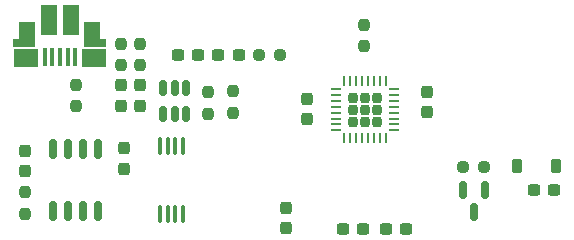
<source format=gbr>
%TF.GenerationSoftware,KiCad,Pcbnew,8.0.1*%
%TF.CreationDate,2024-06-30T08:56:45-03:00*%
%TF.ProjectId,chaos_papagali,6368616f-735f-4706-9170-6167616c692e,rev?*%
%TF.SameCoordinates,Original*%
%TF.FileFunction,Paste,Top*%
%TF.FilePolarity,Positive*%
%FSLAX46Y46*%
G04 Gerber Fmt 4.6, Leading zero omitted, Abs format (unit mm)*
G04 Created by KiCad (PCBNEW 8.0.1) date 2024-06-30 08:56:45*
%MOMM*%
%LPD*%
G01*
G04 APERTURE LIST*
G04 Aperture macros list*
%AMRoundRect*
0 Rectangle with rounded corners*
0 $1 Rounding radius*
0 $2 $3 $4 $5 $6 $7 $8 $9 X,Y pos of 4 corners*
0 Add a 4 corners polygon primitive as box body*
4,1,4,$2,$3,$4,$5,$6,$7,$8,$9,$2,$3,0*
0 Add four circle primitives for the rounded corners*
1,1,$1+$1,$2,$3*
1,1,$1+$1,$4,$5*
1,1,$1+$1,$6,$7*
1,1,$1+$1,$8,$9*
0 Add four rect primitives between the rounded corners*
20,1,$1+$1,$2,$3,$4,$5,0*
20,1,$1+$1,$4,$5,$6,$7,0*
20,1,$1+$1,$6,$7,$8,$9,0*
20,1,$1+$1,$8,$9,$2,$3,0*%
G04 Aperture macros list end*
%ADD10RoundRect,0.237500X-0.300000X-0.237500X0.300000X-0.237500X0.300000X0.237500X-0.300000X0.237500X0*%
%ADD11R,0.400000X1.650000*%
%ADD12R,1.825000X0.700000*%
%ADD13R,2.000000X1.500000*%
%ADD14R,1.350000X2.000000*%
%ADD15R,1.430000X2.500000*%
%ADD16RoundRect,0.237500X0.237500X-0.250000X0.237500X0.250000X-0.237500X0.250000X-0.237500X-0.250000X0*%
%ADD17RoundRect,0.150000X0.150000X-0.512500X0.150000X0.512500X-0.150000X0.512500X-0.150000X-0.512500X0*%
%ADD18RoundRect,0.237500X-0.237500X0.250000X-0.237500X-0.250000X0.237500X-0.250000X0.237500X0.250000X0*%
%ADD19RoundRect,0.207500X-0.207500X-0.207500X0.207500X-0.207500X0.207500X0.207500X-0.207500X0.207500X0*%
%ADD20RoundRect,0.062500X-0.375000X-0.062500X0.375000X-0.062500X0.375000X0.062500X-0.375000X0.062500X0*%
%ADD21RoundRect,0.062500X-0.062500X-0.375000X0.062500X-0.375000X0.062500X0.375000X-0.062500X0.375000X0*%
%ADD22RoundRect,0.237500X0.237500X-0.300000X0.237500X0.300000X-0.237500X0.300000X-0.237500X-0.300000X0*%
%ADD23RoundRect,0.237500X0.300000X0.237500X-0.300000X0.237500X-0.300000X-0.237500X0.300000X-0.237500X0*%
%ADD24RoundRect,0.237500X0.237500X-0.287500X0.237500X0.287500X-0.237500X0.287500X-0.237500X-0.287500X0*%
%ADD25RoundRect,0.225000X0.225000X0.375000X-0.225000X0.375000X-0.225000X-0.375000X0.225000X-0.375000X0*%
%ADD26RoundRect,0.237500X0.250000X0.237500X-0.250000X0.237500X-0.250000X-0.237500X0.250000X-0.237500X0*%
%ADD27RoundRect,0.237500X-0.250000X-0.237500X0.250000X-0.237500X0.250000X0.237500X-0.250000X0.237500X0*%
%ADD28RoundRect,0.150000X0.150000X-0.675000X0.150000X0.675000X-0.150000X0.675000X-0.150000X-0.675000X0*%
%ADD29RoundRect,0.100000X-0.100000X0.637500X-0.100000X-0.637500X0.100000X-0.637500X0.100000X0.637500X0*%
%ADD30RoundRect,0.150000X-0.150000X0.587500X-0.150000X-0.587500X0.150000X-0.587500X0.150000X0.587500X0*%
G04 APERTURE END LIST*
D10*
%TO.C,C8*%
X123825000Y-78740000D03*
X125550000Y-78740000D03*
%TD*%
D11*
%TO.C,J2*%
X115156000Y-78953000D03*
X114506000Y-78953000D03*
X113856000Y-78953000D03*
X113206000Y-78953000D03*
X112556000Y-78953000D03*
D12*
X116806000Y-77753000D03*
D13*
X116706000Y-79053000D03*
D14*
X116586000Y-77003000D03*
D15*
X114816000Y-75803000D03*
X112896000Y-75803000D03*
D14*
X111106000Y-77003000D03*
D13*
X110956000Y-79073000D03*
D12*
X110856000Y-77753000D03*
%TD*%
D10*
%TO.C,C5*%
X127254000Y-78740000D03*
X128979000Y-78740000D03*
%TD*%
D16*
%TO.C,R6*%
X110874500Y-92242500D03*
X110874500Y-90417500D03*
%TD*%
D17*
%TO.C,U3*%
X122621000Y-83814500D03*
X123571000Y-83814500D03*
X124521000Y-83814500D03*
X124521000Y-81539500D03*
X123571000Y-81539500D03*
X122621000Y-81539500D03*
%TD*%
D16*
%TO.C,R9*%
X126365000Y-83740000D03*
X126365000Y-81915000D03*
%TD*%
D18*
%TO.C,R10*%
X128524000Y-81868000D03*
X128524000Y-83693000D03*
%TD*%
D19*
%TO.C,U1*%
X138670000Y-82381000D03*
X138670000Y-83411000D03*
X138670000Y-84441000D03*
X139700000Y-82381000D03*
X139700000Y-83411000D03*
X139700000Y-84441000D03*
X140730000Y-82381000D03*
X140730000Y-83411000D03*
X140730000Y-84441000D03*
D20*
X137262500Y-81661000D03*
X137262500Y-82161000D03*
X137262500Y-82661000D03*
X137262500Y-83161000D03*
X137262500Y-83661000D03*
X137262500Y-84161000D03*
X137262500Y-84661000D03*
X137262500Y-85161000D03*
D21*
X137950000Y-85848500D03*
X138450000Y-85848500D03*
X138950000Y-85848500D03*
X139450000Y-85848500D03*
X139950000Y-85848500D03*
X140450000Y-85848500D03*
X140950000Y-85848500D03*
X141450000Y-85848500D03*
D20*
X142137500Y-85161000D03*
X142137500Y-84661000D03*
X142137500Y-84161000D03*
X142137500Y-83661000D03*
X142137500Y-83161000D03*
X142137500Y-82661000D03*
X142137500Y-82161000D03*
X142137500Y-81661000D03*
D21*
X141450000Y-80973500D03*
X140950000Y-80973500D03*
X140450000Y-80973500D03*
X139950000Y-80973500D03*
X139450000Y-80973500D03*
X138950000Y-80973500D03*
X138450000Y-80973500D03*
X137950000Y-80973500D03*
%TD*%
D22*
%TO.C,C9*%
X132969000Y-93419000D03*
X132969000Y-91694000D03*
%TD*%
D23*
%TO.C,C4*%
X139544500Y-93472000D03*
X137819500Y-93472000D03*
%TD*%
D16*
%TO.C,R4*%
X120650000Y-79652500D03*
X120650000Y-77827500D03*
%TD*%
D24*
%TO.C,D2*%
X118999000Y-83081500D03*
X118999000Y-81331500D03*
%TD*%
D25*
%TO.C,D4*%
X155829000Y-88138000D03*
X152529000Y-88138000D03*
%TD*%
D10*
%TO.C,C3*%
X141428500Y-93472000D03*
X143153500Y-93472000D03*
%TD*%
D22*
%TO.C,C7*%
X110874500Y-88633500D03*
X110874500Y-86908500D03*
%TD*%
D16*
%TO.C,R5*%
X118999000Y-79652500D03*
X118999000Y-77827500D03*
%TD*%
D22*
%TO.C,C6*%
X119253000Y-88392000D03*
X119253000Y-86667000D03*
%TD*%
%TO.C,C1*%
X134771500Y-84201000D03*
X134771500Y-82476000D03*
%TD*%
D26*
%TO.C,R1*%
X132508000Y-78740000D03*
X130683000Y-78740000D03*
%TD*%
D22*
%TO.C,C2*%
X144931500Y-83640000D03*
X144931500Y-81915000D03*
%TD*%
D23*
%TO.C,C10*%
X155702000Y-90170000D03*
X153977000Y-90170000D03*
%TD*%
D27*
%TO.C,R2*%
X147954000Y-88265000D03*
X149779000Y-88265000D03*
%TD*%
D28*
%TO.C,U2*%
X113284000Y-91991000D03*
X114554000Y-91991000D03*
X115824000Y-91991000D03*
X117094000Y-91991000D03*
X117094000Y-86741000D03*
X115824000Y-86741000D03*
X114554000Y-86741000D03*
X113284000Y-86741000D03*
%TD*%
D24*
%TO.C,D1*%
X120650000Y-83067500D03*
X120650000Y-81317500D03*
%TD*%
D18*
%TO.C,R3*%
X115189000Y-81280000D03*
X115189000Y-83105000D03*
%TD*%
%TO.C,R7*%
X139573000Y-76200000D03*
X139573000Y-78025000D03*
%TD*%
D29*
%TO.C,U4*%
X124280000Y-86487000D03*
X123630000Y-86487000D03*
X122980000Y-86487000D03*
X122330000Y-86487000D03*
X122330000Y-92212000D03*
X122980000Y-92212000D03*
X123630000Y-92212000D03*
X124280000Y-92212000D03*
%TD*%
D30*
%TO.C,Q1*%
X149859000Y-90170000D03*
X147959000Y-90170000D03*
X148909000Y-92045000D03*
%TD*%
M02*

</source>
